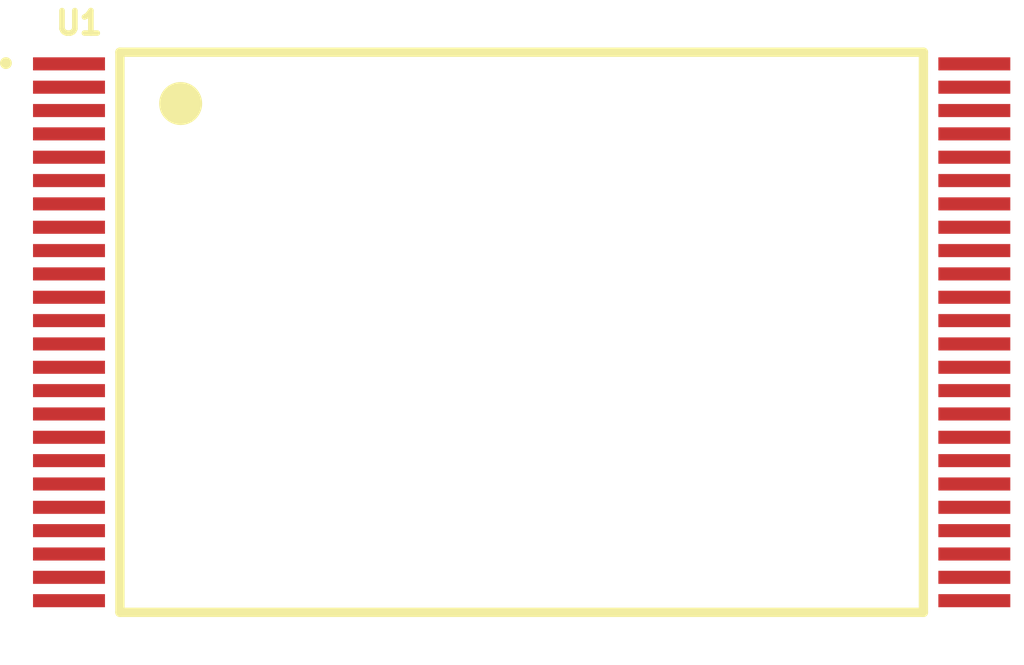
<source format=kicad_pcb>
(kicad_pcb (version 20211014) (generator pcbnew)
  (title_block (rev "1"))
  (layers (0 "F.Cu" signal "Front") (31 "B.Cu" signal "Back") (34 "B.Paste" user) (35 "F.Paste" user) (36 "B.SilkS" user "B.Silkscreen") (37 "F.SilkS" user "F.Silkscreen") (38 "B.Mask" user) (39 "F.Mask" user) (44 "Edge.Cuts" user))
  (net 0 "")
  (net 1 "/A16")
  (net 2 "/A15")
  (net 3 "/A14")
  (net 4 "/A13")
  (net 5 "/A12")
  (net 6 "/A11")
  (net 7 "/A10")
  (net 8 "/A9")
  (net 9 "Net-(U1-Pad9)")
  (net 10 "Net-(U1-Pad10)")
  (net 11 "+3.3V")
  (net 12 "Net-(U1-Pad13)")
  (net 13 "Net-(U1-Pad16)")
  (net 14 "/A18")
  (net 16 "/A8")
  (net 17 "/A7")
  (net 18 "/A6")
  (net 19 "/A5")
  (net 20 "/A4")
  (net 21 "/A3")
  (net 22 "/A2")
  (net 23 "/A1")
  (net 24 "GND")
  (net 25 "/D0")
  (net 26 "/D1")
  (net 27 "/D2")
  (net 28 "/D3")
  (net 29 "/D4")
  (net 30 "/D5")
  (net 31 "/D6")
  (net 32 "/D7")
  (net 33 "/A0")
  (net 34 "/A17")
  (footprint "reb-flash:SOP50P2000X120-48N" (layer "F.Cu") (at 107.4 69.5)
    (fp_text reference "U1" (at -9.473545 -6.626381) (layer "F.SilkS") (effects (font (size 0.480332 0.480332))))
    (fp_text value "MX29LV640EBTI-70G")
    (fp_line (start 8.6 6) (end -8.6 6) (layer "F.SilkS") (width 0.2))
    (fp_line (start -8.6 -6) (end 8.6 -6) (layer "F.SilkS") (width 0.2))
    (fp_line (start -8.6 6) (end -8.6 -6) (layer "F.SilkS") (width 0.2))
    (fp_line (start 8.6 -6) (end 8.6 6) (layer "F.SilkS") (width 0.2))
    (fp_circle (center -7.3 -4.8) (end -7.2 -4.8) (layer "F.SilkS") (width 0.2) (fill none))
    (fp_circle (center -7.3 -4.9) (end -7.158581 -4.9) (layer "F.SilkS") (width 0.2) (fill none))
    (fp_circle (center -7.3 -4.9) (end -6.939447 -4.9) (layer "F.SilkS") (width 0.2) (fill none))
    (fp_circle (center -7.3 -4.9) (end -7.017159 -4.9) (layer "F.SilkS") (width 0.2) (fill none))
    (fp_circle (center -11.04 -5.766) (end -10.913 -5.766) (layer "F.SilkS") (width 0) (fill solid))
    (fp_circle (center -7.3 -5) (end -7.158581 -5) (layer "F.SilkS") (width 0.2) (fill none))
    (pad "1" smd rect locked (at -9.69 -5.75) (size 1.54 0.28) (layers "F.Cu" "F.Paste" "F.Mask") (net 1 "/A16"))
    (pad "2" smd rect locked (at -9.69 -5.25) (size 1.54 0.28) (layers "F.Cu" "F.Paste" "F.Mask") (net 2 "/A15"))
    (pad "3" smd rect locked (at -9.69 -4.75) (size 1.54 0.28) (layers "F.Cu" "F.Paste" "F.Mask") (net 3 "/A14"))
    (pad "4" smd rect locked (at -9.69 -4.25) (size 1.54 0.28) (layers "F.Cu" "F.Paste" "F.Mask") (net 4 "/A13"))
    (pad "5" smd rect locked (at -9.69 -3.75) (size 1.54 0.28) (layers "F.Cu" "F.Paste" "F.Mask") (net 5 "/A12"))
    (pad "6" smd rect locked (at -9.69 -3.25) (size 1.54 0.28) (layers "F.Cu" "F.Paste" "F.Mask") (net 6 "/A11"))
    (pad "7" smd rect locked (at -9.69 -2.75) (size 1.54 0.28) (layers "F.Cu" "F.Paste" "F.Mask") (net 7 "/A10"))
    (pad "8" smd rect locked (at -9.69 -2.25) (size 1.54 0.28) (layers "F.Cu" "F.Paste" "F.Mask") (net 8 "/A9"))
    (pad "9" smd rect locked (at -9.69 -1.75) (size 1.54 0.28) (layers "F.Cu" "F.Paste" "F.Mask") (net 9 "Net-(U1-Pad9)"))
    (pad "10" smd rect locked (at -9.69 -1.25) (size 1.54 0.28) (layers "F.Cu" "F.Paste" "F.Mask") (net 10 "Net-(U1-Pad10)"))
    (pad "11" smd rect locked (at -9.69 -0.75) (size 1.54 0.28) (layers "F.Cu" "F.Paste" "F.Mask") (net 11 "+3.3V"))
    (pad "12" smd rect locked (at -9.69 -0.25) (size 1.54 0.28) (layers "F.Cu" "F.Paste" "F.Mask") (net 11 "+3.3V"))
    (pad "13" smd rect locked (at -9.69 0.25) (size 1.54 0.28) (layers "F.Cu" "F.Paste" "F.Mask") (net 12 "Net-(U1-Pad13)"))
    (pad "14" smd rect locked (at -9.69 0.75) (size 1.54 0.28) (layers "F.Cu" "F.Paste" "F.Mask") (net 11 "+3.3V"))
    (pad "15" smd rect locked (at -9.69 1.25) (size 1.54 0.28) (layers "F.Cu" "F.Paste" "F.Mask"))
    (pad "16" smd rect locked (at -9.69 1.75) (size 1.54 0.28) (layers "F.Cu" "F.Paste" "F.Mask") (net 13 "Net-(U1-Pad16)"))
    (pad "17" smd rect locked (at -9.69 2.25) (size 1.54 0.28) (layers "F.Cu" "F.Paste" "F.Mask") (net 14 "/A18"))
    (pad "18" smd rect locked (at -9.69 2.75) (size 1.54 0.28) (layers "F.Cu" "F.Paste" "F.Mask") (net 16 "/A8"))
    (pad "19" smd rect locked (at -9.69 3.25) (size 1.54 0.28) (layers "F.Cu" "F.Paste" "F.Mask") (net 17 "/A7"))
    (pad "20" smd rect locked (at -9.69 3.75) (size 1.54 0.28) (layers "F.Cu" "F.Paste" "F.Mask") (net 18 "/A6"))
    (pad "21" smd rect locked (at -9.69 4.25) (size 1.54 0.28) (layers "F.Cu" "F.Paste" "F.Mask") (net 19 "/A5"))
    (pad "22" smd rect locked (at -9.69 4.75) (size 1.54 0.28) (layers "F.Cu" "F.Paste" "F.Mask") (net 20 "/A4"))
    (pad "23" smd rect locked (at -9.69 5.25) (size 1.54 0.28) (layers "F.Cu" "F.Paste" "F.Mask") (net 21 "/A3"))
    (pad "24" smd rect locked (at -9.69 5.75) (size 1.54 0.28) (layers "F.Cu" "F.Paste" "F.Mask") (net 22 "/A2"))
    (pad "25" smd rect locked (at 9.69 5.75 180) (size 1.54 0.28) (layers "F.Cu" "F.Paste" "F.Mask") (net 23 "/A1"))
    (pad "26" smd rect locked (at 9.69 5.25 180) (size 1.54 0.28) (layers "F.Cu" "F.Paste" "F.Mask") (net 24 "GND"))
    (pad "27" smd rect locked (at 9.69 4.75 180) (size 1.54 0.28) (layers "F.Cu" "F.Paste" "F.Mask") (net 24 "GND"))
    (pad "28" smd rect locked (at 9.69 4.25 180) (size 1.54 0.28) (layers "F.Cu" "F.Paste" "F.Mask") (net 24 "GND"))
    (pad "29" smd rect locked (at 9.69 3.75 180) (size 1.54 0.28) (layers "F.Cu" "F.Paste" "F.Mask") (net 25 "/D0"))
    (pad "30" smd rect locked (at 9.69 3.25 180) (size 1.54 0.28) (layers "F.Cu" "F.Paste" "F.Mask") (net 11 "+3.3V"))
    (pad "31" smd rect locked (at 9.69 2.75 180) (size 1.54 0.28) (layers "F.Cu" "F.Paste" "F.Mask") (net 26 "/D1"))
    (pad "32" smd rect locked (at 9.69 2.25 180) (size 1.54 0.28) (layers "F.Cu" "F.Paste" "F.Mask") (net 11 "+3.3V"))
    (pad "33" smd rect locked (at 9.69 1.75 180) (size 1.54 0.28) (layers "F.Cu" "F.Paste" "F.Mask") (net 27 "/D2"))
    (pad "34" smd rect locked (at 9.69 1.25 180) (size 1.54 0.28) (layers "F.Cu" "F.Paste" "F.Mask") (net 11 "+3.3V"))
    (pad "35" smd rect locked (at 9.69 0.75 180) (size 1.54 0.28) (layers "F.Cu" "F.Paste" "F.Mask") (net 28 "/D3"))
    (pad "36" smd rect locked (at 9.69 0.25 180) (size 1.54 0.28) (layers "F.Cu" "F.Paste" "F.Mask") (net 11 "+3.3V"))
    (pad "37" smd rect locked (at 9.69 -0.25 180) (size 1.54 0.28) (layers "F.Cu" "F.Paste" "F.Mask") (net 11 "+3.3V"))
    (pad "38" smd rect locked (at 9.69 -0.75 180) (size 1.54 0.28) (layers "F.Cu" "F.Paste" "F.Mask") (net 29 "/D4"))
    (pad "39" smd rect locked (at 9.69 -1.25 180) (size 1.54 0.28) (layers "F.Cu" "F.Paste" "F.Mask") (net 11 "+3.3V"))
    (pad "40" smd rect locked (at 9.69 -1.75 180) (size 1.54 0.28) (layers "F.Cu" "F.Paste" "F.Mask") (net 30 "/D5"))
    (pad "41" smd rect locked (at 9.69 -2.25 180) (size 1.54 0.28) (layers "F.Cu" "F.Paste" "F.Mask") (net 11 "+3.3V"))
    (pad "42" smd rect locked (at 9.69 -2.75 180) (size 1.54 0.28) (layers "F.Cu" "F.Paste" "F.Mask") (net 31 "/D6"))
    (pad "43" smd rect locked (at 9.69 -3.25 180) (size 1.54 0.28) (layers "F.Cu" "F.Paste" "F.Mask") (net 11 "+3.3V"))
    (pad "44" smd rect locked (at 9.69 -3.75 180) (size 1.54 0.28) (layers "F.Cu" "F.Paste" "F.Mask") (net 32 "/D7"))
    (pad "45" smd rect locked (at 9.69 -4.25 180) (size 1.54 0.28) (layers "F.Cu" "F.Paste" "F.Mask") (net 33 "/A0"))
    (pad "46" smd rect locked (at 9.69 -4.75 180) (size 1.54 0.28) (layers "F.Cu" "F.Paste" "F.Mask") (net 24 "GND"))
    (pad "47" smd rect locked (at 9.69 -5.25 180) (size 1.54 0.28) (layers "F.Cu" "F.Paste" "F.Mask") (net 11 "+3.3V"))
    (pad "48" smd rect locked (at 9.69 -5.75 180) (size 1.54 0.28) (layers "F.Cu" "F.Paste" "F.Mask") (net 34 "/A17"))
  )
)
</source>
